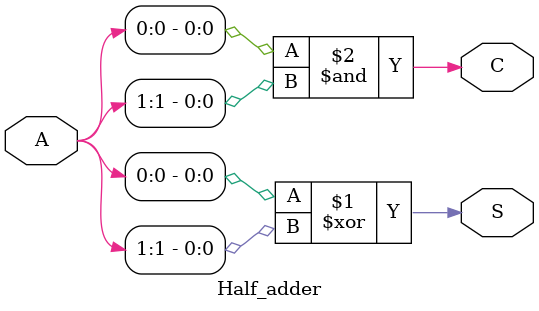
<source format=v>
module Half_adder (A,S,C);

// definr input output with width size
output S,C;
input [0:1] A;

xor N1 (S,A[0],A[1]);
and N2 (C,A[0],A[1]);

endmodule

</source>
